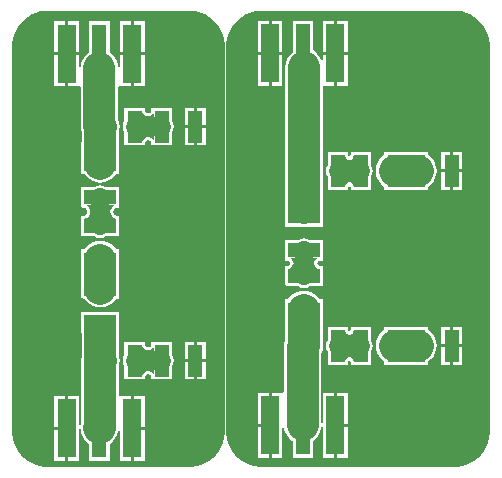
<source format=gbr>
%TF.GenerationSoftware,Altium Limited,Altium Designer,20.0.10 (225)*%
G04 Layer_Physical_Order=1*
G04 Layer_Color=255*
%FSLAX26Y26*%
%MOIN*%
%TF.FileFunction,Copper,L1,Top,Signal*%
%TF.Part,CustomerPanel*%
G01*
G75*
%TA.AperFunction,SMDPad,CuDef*%
%ADD10R,0.047244X0.196850*%
%ADD11R,0.062992X0.196850*%
%ADD12R,0.049213X0.106299*%
%ADD13R,0.106299X0.049213*%
%TA.AperFunction,Conductor*%
%ADD14C,0.105236*%
%ADD15C,0.059055*%
%TA.AperFunction,ViaPad*%
%ADD16C,0.050000*%
G36*
X3834981Y4732270D02*
X3849937Y4728263D01*
X3864241Y4722338D01*
X3877649Y4714597D01*
X3889932Y4705172D01*
X3900880Y4694224D01*
X3910306Y4681940D01*
X3918047Y4668532D01*
X3923972Y4654228D01*
X3927979Y4639273D01*
X3930000Y4623922D01*
Y4616181D01*
X3930000D01*
X3930000Y3333110D01*
X3930000Y3325369D01*
X3927979Y3310019D01*
X3923972Y3295063D01*
X3918047Y3280759D01*
X3910306Y3267351D01*
X3900880Y3255068D01*
X3889932Y3244120D01*
X3877649Y3234694D01*
X3864241Y3226953D01*
X3849937Y3221028D01*
X3834981Y3217021D01*
X3819631Y3215000D01*
X3160369D01*
X3145019Y3217021D01*
X3130064Y3221028D01*
X3115759Y3226953D01*
X3102351Y3234694D01*
X3090068Y3244120D01*
X3079120Y3255068D01*
X3069695Y3267351D01*
X3061953Y3280759D01*
X3056028Y3295063D01*
X3052021Y3310019D01*
X3050000Y3325369D01*
Y3333110D01*
X3050000D01*
X3050000Y4616181D01*
X3050000Y4623922D01*
X3052021Y4639273D01*
X3056028Y4654228D01*
X3061953Y4668532D01*
X3069694Y4681940D01*
X3079120Y4694224D01*
X3090068Y4705172D01*
X3102351Y4714597D01*
X3115759Y4722338D01*
X3130063Y4728263D01*
X3145019Y4732270D01*
X3160369Y4734291D01*
X3819631D01*
X3834981Y4732270D01*
D02*
G37*
G36*
X2949981D02*
X2964937Y4728263D01*
X2979241Y4722338D01*
X2992649Y4714597D01*
X3004932Y4705172D01*
X3015880Y4694224D01*
X3025306Y4681940D01*
X3033047Y4668532D01*
X3038972Y4654228D01*
X3042979Y4639273D01*
X3045000Y4623922D01*
Y4616181D01*
Y3333110D01*
Y3325369D01*
X3042979Y3310019D01*
X3038972Y3295063D01*
X3033047Y3280759D01*
X3025306Y3267351D01*
X3015880Y3255068D01*
X3004932Y3244120D01*
X2992649Y3234694D01*
X2979241Y3226953D01*
X2964937Y3221028D01*
X2949981Y3217021D01*
X2934631Y3215000D01*
X2446708D01*
X2431357Y3217021D01*
X2416402Y3221028D01*
X2402098Y3226953D01*
X2388690Y3234694D01*
X2376406Y3244120D01*
X2365459Y3255068D01*
X2356033Y3267351D01*
X2348292Y3280759D01*
X2342367Y3295063D01*
X2338360Y3310019D01*
X2336339Y3325369D01*
Y3333110D01*
Y4616181D01*
Y4623922D01*
X2338360Y4639273D01*
X2342367Y4654228D01*
X2348292Y4668532D01*
X2356033Y4681940D01*
X2365459Y4694224D01*
X2376406Y4705172D01*
X2388690Y4714597D01*
X2402098Y4722338D01*
X2416402Y4728263D01*
X2431357Y4732270D01*
X2446708Y4734291D01*
X2934631D01*
X2949981Y4732270D01*
D02*
G37*
%LPC*%
G36*
X3456201Y4700984D02*
X3419705D01*
Y4597559D01*
X3456201D01*
Y4700984D01*
D02*
G37*
G36*
X3409705D02*
X3373209D01*
Y4597559D01*
X3409705D01*
Y4700984D01*
D02*
G37*
G36*
X3238091D02*
X3201595D01*
Y4597559D01*
X3238091D01*
Y4700984D01*
D02*
G37*
G36*
X3191595D02*
X3155099D01*
Y4597559D01*
X3191595D01*
Y4700984D01*
D02*
G37*
G36*
X3456201Y4587559D02*
X3419705D01*
Y4484134D01*
X3456201D01*
Y4587559D01*
D02*
G37*
G36*
X3238091D02*
X3201595D01*
Y4484134D01*
X3238091D01*
Y4587559D01*
D02*
G37*
G36*
X3191595D02*
X3155099D01*
Y4484134D01*
X3191595D01*
Y4587559D01*
D02*
G37*
G36*
X3665045Y4264131D02*
X3665006Y4264123D01*
X3664967Y4264131D01*
X3655173Y4264055D01*
X3654925D01*
Y4264053D01*
X3646411Y4263988D01*
X3646343Y4264055D01*
Y4264055D01*
X3636604D01*
X3636223Y4264131D01*
X3635841Y4264055D01*
X3577130D01*
Y4253410D01*
X3576779Y4253222D01*
X3567244Y4245397D01*
X3559419Y4235863D01*
X3553605Y4224984D01*
X3550024Y4213181D01*
X3548815Y4200905D01*
X3550024Y4188630D01*
X3553605Y4176827D01*
X3559419Y4165948D01*
X3567244Y4156414D01*
X3576779Y4148588D01*
X3577130Y4148401D01*
Y4137756D01*
X3635841D01*
X3636223Y4137680D01*
X3636262Y4137688D01*
X3636301Y4137680D01*
X3646095Y4137756D01*
X3646343D01*
Y4137758D01*
X3654857Y4137824D01*
X3654925Y4137756D01*
Y4137756D01*
X3664664D01*
X3665045Y4137680D01*
X3665427Y4137756D01*
X3724138D01*
Y4148401D01*
X3724489Y4148588D01*
X3734023Y4156414D01*
X3741849Y4165948D01*
X3747663Y4176827D01*
X3751244Y4188630D01*
X3752453Y4200905D01*
X3751244Y4213181D01*
X3747663Y4224984D01*
X3741849Y4235863D01*
X3734023Y4245397D01*
X3724489Y4253222D01*
X3724138Y4253410D01*
Y4264055D01*
X3665427D01*
X3665045Y4264131D01*
D02*
G37*
G36*
X3534138Y4264055D02*
X3464925D01*
Y4254344D01*
X3464923Y4254338D01*
X3464811Y4253409D01*
X3461219Y4251173D01*
D01*
D01*
X3461100Y4251122D01*
D01*
X3457501Y4253331D01*
X3457445Y4253375D01*
Y4264055D01*
X3388232D01*
Y4220649D01*
X3384329Y4211224D01*
X3382970Y4200905D01*
X3384329Y4190587D01*
X3388232Y4181162D01*
Y4137756D01*
X3457445D01*
Y4148436D01*
X3457501Y4148480D01*
X3461101Y4150689D01*
X3461222Y4150636D01*
X3464811Y4148402D01*
X3464923Y4147472D01*
X3464925Y4147467D01*
Y4137756D01*
X3534138D01*
Y4181162D01*
X3538042Y4190587D01*
X3539400Y4200905D01*
X3538042Y4211224D01*
X3534138Y4220649D01*
Y4264055D01*
D02*
G37*
G36*
X3836343D02*
X3806736D01*
Y4205905D01*
X3836343D01*
Y4264055D01*
D02*
G37*
G36*
X3796736D02*
X3767130D01*
Y4205905D01*
X3796736D01*
Y4264055D01*
D02*
G37*
G36*
X3836343Y4195905D02*
X3806736D01*
Y4137756D01*
X3836343D01*
Y4195905D01*
D02*
G37*
G36*
X3796736D02*
X3767130D01*
Y4137756D01*
X3796736D01*
Y4195905D01*
D02*
G37*
G36*
X3339272Y4700984D02*
X3272028D01*
Y4596594D01*
X3265508Y4591244D01*
X3257683Y4581709D01*
X3251869Y4570831D01*
X3248288Y4559027D01*
X3247079Y4546752D01*
Y4244497D01*
X3247181Y4243457D01*
Y4201437D01*
X3247713Y4196041D01*
Y4089052D01*
X3247520Y4088417D01*
X3247013Y4083268D01*
X3246083D01*
Y4014055D01*
X3300760D01*
X3309232Y4013221D01*
X3317705Y4014055D01*
X3372382D01*
Y4065631D01*
D01*
X3373555Y4077543D01*
Y4200905D01*
X3373024Y4206302D01*
Y4244394D01*
X3372921Y4245434D01*
Y4479253D01*
X3373209Y4484134D01*
X3377921Y4484134D01*
X3409705D01*
Y4587559D01*
X3373209D01*
Y4571318D01*
X3368209Y4570576D01*
X3368132Y4570831D01*
X3362317Y4581709D01*
X3354492Y4591244D01*
X3344957Y4599069D01*
X3339272Y4602108D01*
Y4700984D01*
D02*
G37*
G36*
X3309232Y3976325D02*
X3298914Y3974967D01*
X3289489Y3971063D01*
X3246083D01*
Y3912352D01*
X3246007Y3911970D01*
X3246083Y3911589D01*
Y3901850D01*
X3254957D01*
X3257876Y3901464D01*
X3259218Y3900869D01*
X3260711Y3899619D01*
X3262486Y3897217D01*
X3264352Y3893380D01*
X3264383Y3893287D01*
X3264352Y3893194D01*
X3262486Y3889358D01*
X3260711Y3886956D01*
X3259218Y3885705D01*
X3257876Y3885110D01*
X3254957Y3884724D01*
X3246083D01*
Y3874986D01*
X3246007Y3874604D01*
X3246083Y3874223D01*
Y3815512D01*
X3289489D01*
X3298914Y3811608D01*
X3309232Y3810249D01*
X3319551Y3811608D01*
X3328976Y3815512D01*
X3372382D01*
Y3874223D01*
X3372458Y3874604D01*
X3372382Y3874986D01*
Y3884724D01*
X3363507D01*
X3360588Y3885110D01*
X3359247Y3885705D01*
X3357754Y3886956D01*
X3355978Y3889358D01*
X3354112Y3893194D01*
X3354082Y3893287D01*
X3354112Y3893380D01*
X3355978Y3897217D01*
X3357754Y3899619D01*
X3359247Y3900869D01*
X3360588Y3901464D01*
X3363507Y3901850D01*
X3372382D01*
Y3911589D01*
X3372458Y3911970D01*
X3372382Y3912352D01*
Y3971063D01*
X3328976D01*
X3319551Y3974967D01*
X3309232Y3976325D01*
D02*
G37*
G36*
X3665045Y3680981D02*
X3665006Y3680974D01*
X3664967Y3680981D01*
X3655173Y3680905D01*
X3654925D01*
Y3680904D01*
X3646411Y3680838D01*
X3646343Y3680906D01*
Y3680905D01*
X3636604D01*
X3636223Y3680981D01*
X3635841Y3680905D01*
X3577130D01*
Y3670260D01*
X3576779Y3670073D01*
X3567244Y3662248D01*
X3559419Y3652713D01*
X3553605Y3641835D01*
X3550024Y3630031D01*
X3548815Y3617756D01*
X3550024Y3605481D01*
X3553605Y3593677D01*
X3559419Y3582799D01*
X3567244Y3573264D01*
X3576779Y3565439D01*
X3577130Y3565251D01*
Y3554606D01*
X3635841D01*
X3636223Y3554530D01*
X3636262Y3554538D01*
X3636301Y3554531D01*
X3646095Y3554606D01*
X3646343D01*
Y3554608D01*
X3654857Y3554674D01*
X3654925Y3554606D01*
Y3554606D01*
X3664664D01*
X3665045Y3554530D01*
X3665427Y3554606D01*
X3724138D01*
Y3565251D01*
X3724489Y3565439D01*
X3734023Y3573264D01*
X3741849Y3582799D01*
X3747663Y3593677D01*
X3751244Y3605481D01*
X3752453Y3617756D01*
X3751244Y3630031D01*
X3749995Y3634147D01*
X3747663Y3641835D01*
X3741849Y3652713D01*
X3734023Y3662248D01*
X3724489Y3670073D01*
X3724138Y3670260D01*
Y3680905D01*
X3665427D01*
X3665045Y3680981D01*
D02*
G37*
G36*
X3534138Y3680905D02*
X3464925D01*
Y3671195D01*
X3464923Y3671189D01*
X3464811Y3670260D01*
X3461219Y3668023D01*
X3461100Y3667972D01*
X3457501Y3670182D01*
X3457445Y3670225D01*
Y3680905D01*
X3388232D01*
Y3637499D01*
X3384329Y3628075D01*
X3382970Y3617756D01*
X3384329Y3607437D01*
X3388232Y3598013D01*
Y3554606D01*
X3457445D01*
Y3565287D01*
D01*
X3457501Y3565331D01*
D01*
D01*
X3461101Y3567539D01*
D01*
D01*
X3461222Y3567487D01*
D01*
D01*
X3464811Y3565252D01*
X3464923Y3564323D01*
X3464925Y3564317D01*
Y3554606D01*
X3534138D01*
Y3598013D01*
X3538042Y3607437D01*
X3539400Y3617756D01*
X3538042Y3628075D01*
X3534138Y3637499D01*
Y3646997D01*
Y3680905D01*
D02*
G37*
G36*
X3836343D02*
X3806736D01*
Y3622756D01*
X3836343D01*
Y3680905D01*
D02*
G37*
G36*
X3796736D02*
X3767130D01*
Y3622756D01*
X3796736D01*
Y3680905D01*
D02*
G37*
G36*
X3836343Y3612756D02*
X3806736D01*
Y3554606D01*
X3836343D01*
Y3612756D01*
D02*
G37*
G36*
X3796736D02*
X3767130D01*
Y3554606D01*
X3796736D01*
Y3612756D01*
D02*
G37*
G36*
X3456201Y3461614D02*
X3419705D01*
Y3358189D01*
X3456201D01*
Y3428637D01*
Y3461614D01*
D02*
G37*
G36*
X3191594D02*
X3155099D01*
Y3358189D01*
X3191594D01*
Y3461614D01*
D02*
G37*
G36*
X3456201Y3348189D02*
X3419705D01*
Y3244764D01*
X3456201D01*
Y3348189D01*
D02*
G37*
G36*
X3309232Y3800834D02*
X3296957Y3799625D01*
X3285153Y3796045D01*
X3274275Y3790230D01*
X3264740Y3782405D01*
X3256915Y3772870D01*
X3256728Y3772520D01*
X3246083D01*
Y3713809D01*
X3246007Y3713427D01*
X3246017Y3713376D01*
X3246007Y3713326D01*
X3246083Y3705719D01*
Y3703307D01*
X3246107D01*
X3246775Y3635892D01*
X3243288Y3624397D01*
X3242079Y3612122D01*
Y3464057D01*
X3238091Y3461614D01*
D01*
D01*
X3237080Y3461614D01*
X3237079D01*
X3201594D01*
Y3353189D01*
Y3244764D01*
X3238091D01*
Y3343322D01*
D01*
X3243091Y3343568D01*
D01*
X3243288Y3341563D01*
X3246869Y3329760D01*
X3252683Y3318881D01*
X3260508Y3309347D01*
X3261158Y3308697D01*
X3270693Y3300872D01*
X3272028Y3300158D01*
Y3244764D01*
X3339272D01*
Y3300158D01*
X3340607Y3300872D01*
X3350142Y3308697D01*
X3357967Y3318232D01*
X3363781Y3329110D01*
X3367362Y3340914D01*
X3368209Y3349513D01*
X3373209Y3349268D01*
Y3244764D01*
X3409705D01*
Y3353189D01*
Y3461614D01*
X3373209D01*
Y3363244D01*
X3368209Y3361481D01*
X3367921Y3361839D01*
Y3592097D01*
X3368765Y3593677D01*
X3372346Y3605481D01*
X3373555Y3617756D01*
X3372685Y3626591D01*
Y3737382D01*
X3372382Y3740458D01*
Y3772520D01*
X3361932D01*
X3354256Y3781874D01*
X3353724Y3782405D01*
X3344189Y3790230D01*
X3333311Y3796045D01*
X3321508Y3799625D01*
X3309232Y3800834D01*
D02*
G37*
G36*
X3191594Y3348189D02*
X3155099D01*
Y3244764D01*
X3191594D01*
Y3348189D01*
D02*
G37*
%LPD*%
G36*
X3665045Y4253650D02*
X3689532Y4253524D01*
Y4148287D01*
X3665045Y4148098D01*
Y4147876D01*
X3664512Y4147954D01*
X3662913Y4148024D01*
X3658411Y4148047D01*
X3636223Y4147876D01*
Y4148161D01*
X3611736Y4148287D01*
Y4253524D01*
X3636223Y4253713D01*
Y4253935D01*
X3636756Y4253857D01*
X3638355Y4253787D01*
X3642857Y4253764D01*
X3665045Y4253935D01*
Y4253650D01*
D02*
G37*
G36*
X3475045Y4232156D02*
X3480694Y4231340D01*
X3489590Y4230660D01*
X3499532Y4230433D01*
Y4171378D01*
X3489590Y4171151D01*
X3480694Y4170471D01*
X3475045Y4169655D01*
Y4148699D01*
X3474523Y4153008D01*
X3472957Y4156863D01*
X3470347Y4160265D01*
X3466692Y4163213D01*
X3461994Y4165708D01*
X3461141Y4166011D01*
X3460287Y4165708D01*
X3455577Y4163213D01*
X3451914Y4160265D01*
X3449298Y4156863D01*
X3447728Y4153008D01*
X3447205Y4148699D01*
Y4169664D01*
X3441633Y4170471D01*
X3432758Y4171151D01*
X3422839Y4171378D01*
Y4230433D01*
X3432758Y4230660D01*
X3441633Y4231340D01*
X3447205Y4232147D01*
Y4253112D01*
X3447728Y4248803D01*
X3449298Y4244948D01*
X3451914Y4241546D01*
X3455577Y4238597D01*
X3460287Y4236103D01*
X3461141Y4235800D01*
X3461994Y4236103D01*
X3466692Y4238597D01*
X3470347Y4241546D01*
X3472957Y4244948D01*
X3474523Y4248803D01*
X3475045Y4253112D01*
Y4232156D01*
D02*
G37*
G36*
X3338995Y3922439D02*
X3340036Y3911970D01*
X3362262D01*
X3357796Y3911380D01*
X3353801Y3909608D01*
X3350276Y3906655D01*
X3347221Y3902521D01*
X3344635Y3897206D01*
X3343359Y3893287D01*
X3344635Y3889368D01*
X3347221Y3884053D01*
X3350276Y3879919D01*
X3353801Y3876966D01*
X3357796Y3875195D01*
X3362262Y3874604D01*
X3339757D01*
X3339700Y3874175D01*
X3338995Y3864136D01*
X3338760Y3852915D01*
X3279705D01*
X3279470Y3864136D01*
X3278428Y3874604D01*
X3256203D01*
X3260668Y3875195D01*
X3264663Y3876966D01*
X3268189Y3879919D01*
X3271244Y3884053D01*
X3273829Y3889368D01*
X3275105Y3893287D01*
X3273829Y3897206D01*
X3271244Y3902521D01*
X3268189Y3906655D01*
X3264663Y3909608D01*
X3260668Y3911380D01*
X3256203Y3911970D01*
X3278708D01*
X3278765Y3912400D01*
X3279470Y3922439D01*
X3279705Y3933659D01*
X3338760D01*
X3338995Y3922439D01*
D02*
G37*
G36*
X3665045Y3670500D02*
X3689532Y3670374D01*
Y3565138D01*
X3665045Y3564949D01*
Y3564726D01*
X3664512Y3564805D01*
X3662913Y3564874D01*
X3658411Y3564898D01*
X3636223Y3564726D01*
Y3565012D01*
X3611736Y3565138D01*
Y3670374D01*
X3636223Y3670563D01*
Y3670785D01*
X3636756Y3670707D01*
X3638355Y3670637D01*
X3642857Y3670614D01*
X3665045Y3670785D01*
Y3670500D01*
D02*
G37*
G36*
X3475045Y3649007D02*
X3480694Y3648191D01*
X3489590Y3647510D01*
X3499532Y3647284D01*
Y3588228D01*
X3489590Y3588002D01*
X3480694Y3587321D01*
X3475045Y3586505D01*
Y3565549D01*
X3474523Y3569858D01*
X3472957Y3573714D01*
X3470347Y3577116D01*
X3466692Y3580064D01*
X3461994Y3582559D01*
X3461141Y3582862D01*
X3460287Y3582559D01*
X3455577Y3580064D01*
X3451914Y3577116D01*
X3449298Y3573714D01*
X3447728Y3569858D01*
X3447205Y3565549D01*
Y3586514D01*
X3441633Y3587321D01*
X3432758Y3588002D01*
X3422839Y3588228D01*
Y3647284D01*
X3432758Y3647510D01*
X3441633Y3648191D01*
X3447205Y3648997D01*
Y3669963D01*
X3447728Y3665653D01*
X3449298Y3661798D01*
X3451914Y3658396D01*
X3455577Y3655448D01*
X3460287Y3652953D01*
X3461141Y3652650D01*
X3461994Y3652953D01*
X3466692Y3655448D01*
X3470347Y3658396D01*
X3472957Y3661798D01*
X3474523Y3665653D01*
X3475045Y3669963D01*
Y3649007D01*
D02*
G37*
G36*
X3362382Y3618287D02*
X3257146D01*
X3256203Y3713427D01*
X3362262D01*
X3362382Y3618287D01*
D02*
G37*
%LPC*%
G36*
X2778445Y4699016D02*
X2741949D01*
Y4595591D01*
X2778445D01*
Y4699016D01*
D02*
G37*
G36*
X2731949D02*
X2695453D01*
Y4595591D01*
X2731949D01*
Y4699016D01*
D02*
G37*
G36*
X2560335D02*
X2523839D01*
Y4595591D01*
X2560335D01*
Y4699016D01*
D02*
G37*
G36*
X2513839D02*
X2477343D01*
Y4595591D01*
X2513839D01*
Y4699016D01*
D02*
G37*
G36*
X2661516D02*
X2594272D01*
Y4596377D01*
X2592937Y4595663D01*
X2583402Y4587838D01*
X2575577Y4578303D01*
X2569762Y4567425D01*
X2566182Y4555622D01*
X2565335Y4547022D01*
X2560335Y4547268D01*
Y4585591D01*
X2523839D01*
Y4482165D01*
X2559973D01*
X2560335Y4482165D01*
X2564973Y4481291D01*
Y4349075D01*
X2566182Y4336800D01*
X2568156Y4330291D01*
X2567704Y4259252D01*
X2567402D01*
Y4249514D01*
X2567326Y4249132D01*
X2567402Y4248750D01*
Y4190039D01*
X2578047D01*
X2578234Y4189689D01*
X2586059Y4180154D01*
X2595594Y4172329D01*
X2606473Y4166514D01*
X2618276Y4162934D01*
X2630551Y4161725D01*
X2642827Y4162934D01*
X2654630Y4166514D01*
X2665508Y4172329D01*
X2675043Y4180154D01*
X2675575Y4180685D01*
X2683252Y4190039D01*
X2693701D01*
Y4222101D01*
X2694004Y4225177D01*
Y4334336D01*
X2694590Y4336268D01*
X2695799Y4348543D01*
X2694590Y4360819D01*
X2691010Y4372622D01*
X2690815Y4372986D01*
Y4481291D01*
X2695453Y4482165D01*
X2695815Y4482165D01*
X2731949D01*
Y4585591D01*
X2695453D01*
Y4547268D01*
X2690453Y4547022D01*
X2689606Y4555622D01*
X2686025Y4567425D01*
X2680211Y4578303D01*
X2672386Y4587838D01*
X2662851Y4595663D01*
X2661516Y4596377D01*
Y4699016D01*
D02*
G37*
G36*
X2778445Y4585591D02*
X2741949D01*
Y4482165D01*
X2778445D01*
Y4585591D01*
D02*
G37*
G36*
X2513839D02*
X2477343D01*
Y4482165D01*
X2513839D01*
Y4585591D01*
D02*
G37*
G36*
X2810518Y4411769D02*
X2810136Y4411693D01*
X2800398D01*
Y4402818D01*
X2800012Y4399899D01*
X2799417Y4398558D01*
X2798166Y4397065D01*
X2795764Y4395289D01*
X2791928Y4393423D01*
X2790043Y4392810D01*
X2788159Y4393423D01*
X2784323Y4395289D01*
X2781921Y4397065D01*
X2780670Y4398558D01*
X2780075Y4399899D01*
X2779689Y4402818D01*
Y4411693D01*
X2769951D01*
X2769569Y4411769D01*
X2769188Y4411693D01*
X2710477D01*
Y4368287D01*
X2706573Y4358862D01*
X2705214Y4348543D01*
X2706573Y4338225D01*
X2710477Y4328800D01*
Y4285394D01*
X2769188D01*
X2769569Y4285318D01*
X2769951Y4285394D01*
X2779689D01*
Y4294268D01*
X2780075Y4297188D01*
X2780670Y4298529D01*
X2781921Y4300022D01*
X2784323Y4301797D01*
X2788159Y4303663D01*
X2790043Y4304277D01*
X2791928Y4303663D01*
X2795764Y4301797D01*
X2798166Y4300022D01*
X2799417Y4298529D01*
X2800012Y4297188D01*
X2800398Y4294268D01*
Y4285394D01*
X2810136D01*
X2810518Y4285318D01*
X2810899Y4285394D01*
X2869610D01*
Y4328800D01*
X2873514Y4338225D01*
X2874873Y4348543D01*
X2873514Y4358862D01*
X2869610Y4368287D01*
Y4411693D01*
X2810899D01*
X2810518Y4411769D01*
D02*
G37*
G36*
X2981815Y4411693D02*
X2952209D01*
Y4353543D01*
X2981815D01*
Y4411693D01*
D02*
G37*
G36*
X2942209D02*
X2912602D01*
Y4394218D01*
Y4353543D01*
X2942209D01*
Y4411693D01*
D02*
G37*
G36*
X2981815Y4343543D02*
X2952209D01*
Y4285394D01*
X2981815D01*
Y4343543D01*
D02*
G37*
G36*
X2942209D02*
X2912602D01*
Y4285394D01*
X2942209D01*
Y4343543D01*
D02*
G37*
G36*
X2630551Y4152310D02*
X2620233Y4150951D01*
X2610808Y4147047D01*
X2567402D01*
Y4088336D01*
X2567326Y4087955D01*
X2567402Y4087573D01*
Y4077835D01*
X2576276D01*
X2579196Y4077448D01*
X2580537Y4076854D01*
X2582030Y4075603D01*
X2583805Y4073201D01*
X2585671Y4069365D01*
X2587160Y4064793D01*
X2585671Y4060222D01*
X2583805Y4056385D01*
X2582030Y4053984D01*
X2580537Y4052733D01*
X2579196Y4052138D01*
X2576276Y4051752D01*
X2567402D01*
Y4042014D01*
X2567326Y4041632D01*
X2567402Y4041250D01*
Y3982539D01*
X2610808D01*
X2620233Y3978635D01*
X2630551Y3977277D01*
X2640870Y3978635D01*
X2650295Y3982539D01*
X2693701D01*
Y4041250D01*
X2693777Y4041632D01*
X2693701Y4042014D01*
Y4051752D01*
X2684826D01*
X2681907Y4052138D01*
X2680566Y4052733D01*
X2679073Y4053984D01*
X2677298Y4056385D01*
X2675431Y4060222D01*
X2673943Y4064793D01*
X2675431Y4069365D01*
X2677298Y4073201D01*
X2679073Y4075603D01*
X2680566Y4076854D01*
X2681907Y4077448D01*
X2684826Y4077835D01*
X2693701D01*
Y4087573D01*
X2693777Y4087955D01*
X2693701Y4088336D01*
Y4120178D01*
Y4136833D01*
Y4147047D01*
X2650295D01*
X2640870Y4150951D01*
X2630551Y4152310D01*
D02*
G37*
G36*
Y3967862D02*
X2618276Y3966653D01*
X2606472Y3963072D01*
X2595594Y3957258D01*
X2586059Y3949433D01*
X2578234Y3939898D01*
X2578047Y3939547D01*
X2567402D01*
Y3880836D01*
X2567326Y3880455D01*
X2567332Y3880425D01*
X2567326Y3880396D01*
X2567511Y3848146D01*
X2567402Y3843149D01*
X2567402D01*
Y3834280D01*
X2567386Y3834132D01*
X2567402Y3833950D01*
Y3833411D01*
X2567326Y3833030D01*
X2567402Y3832648D01*
Y3773937D01*
X2578047D01*
X2578234Y3773586D01*
X2586059Y3764051D01*
X2595594Y3756226D01*
X2606472Y3750412D01*
X2618276Y3746831D01*
X2630551Y3745622D01*
X2642827Y3746831D01*
X2654630Y3750412D01*
X2665508Y3756226D01*
X2675043Y3764051D01*
X2682868Y3773586D01*
X2683056Y3773937D01*
X2693701D01*
Y3775776D01*
Y3793496D01*
Y3832648D01*
X2693777Y3833030D01*
X2693771Y3833059D01*
X2693777Y3833088D01*
X2693592Y3865338D01*
X2693701Y3870335D01*
X2693701D01*
Y3879204D01*
X2693717Y3879352D01*
X2693701Y3879535D01*
Y3880073D01*
X2693777Y3880455D01*
X2693701Y3880836D01*
Y3939547D01*
X2683056D01*
X2682868Y3939898D01*
X2675043Y3949433D01*
X2665508Y3957258D01*
X2654630Y3963072D01*
X2642827Y3966653D01*
X2630551Y3967862D01*
D02*
G37*
G36*
X2810518Y3631769D02*
X2810136Y3631693D01*
X2800398D01*
Y3622818D01*
X2800012Y3619899D01*
X2799417Y3618558D01*
X2798166Y3617065D01*
X2795764Y3615289D01*
X2791928Y3613423D01*
X2790043Y3612810D01*
X2788159Y3613423D01*
X2784323Y3615289D01*
X2781921Y3617065D01*
X2780670Y3618558D01*
X2780075Y3619899D01*
X2779689Y3622818D01*
Y3631693D01*
X2769951D01*
X2769569Y3631769D01*
X2769188Y3631693D01*
X2710477D01*
Y3588287D01*
X2706573Y3578862D01*
X2705214Y3568543D01*
X2706573Y3558224D01*
X2710477Y3548800D01*
Y3505394D01*
X2769188D01*
X2769569Y3505318D01*
X2769951Y3505394D01*
X2779689D01*
Y3514268D01*
X2780075Y3517188D01*
X2780670Y3518529D01*
X2781921Y3520022D01*
X2784323Y3521797D01*
X2788159Y3523663D01*
X2790043Y3524277D01*
X2791928Y3523663D01*
X2795764Y3521797D01*
X2798166Y3520022D01*
X2799417Y3518529D01*
X2800012Y3517188D01*
X2800398Y3514268D01*
Y3505394D01*
X2810136D01*
X2810518Y3505318D01*
X2810899Y3505394D01*
X2869610D01*
Y3548800D01*
X2873514Y3558224D01*
X2874873Y3568543D01*
X2873514Y3578862D01*
X2869610Y3588287D01*
D01*
Y3631693D01*
X2810899D01*
X2810518Y3631769D01*
D02*
G37*
G36*
X2981815Y3631693D02*
X2952209D01*
Y3573544D01*
X2981815D01*
Y3631693D01*
D02*
G37*
G36*
X2942209D02*
X2912602D01*
Y3573544D01*
X2942209D01*
Y3631693D01*
D02*
G37*
G36*
X2981815Y3563544D02*
X2952209D01*
Y3505394D01*
X2981815D01*
Y3563544D01*
D02*
G37*
G36*
X2942209D02*
X2912602D01*
Y3505394D01*
X2942209D01*
Y3563544D01*
D02*
G37*
G36*
X2631083Y3731248D02*
X2628006Y3730945D01*
X2567402D01*
Y3661732D01*
X2568162D01*
Y3580626D01*
X2566938Y3576590D01*
X2565729Y3564315D01*
Y3351945D01*
X2565335Y3351239D01*
X2560335Y3352539D01*
D01*
Y3451772D01*
X2523838D01*
Y3343347D01*
X2518838D01*
D01*
X2523838D01*
Y3234921D01*
X2560335D01*
Y3234921D01*
Y3339426D01*
D01*
X2565335Y3339672D01*
X2566182Y3331071D01*
X2569762Y3319268D01*
X2575577Y3308389D01*
X2583402Y3298855D01*
X2592937Y3291030D01*
X2594272Y3290316D01*
Y3234921D01*
X2661516D01*
Y3236009D01*
Y3290316D01*
X2662851Y3291030D01*
X2672386Y3298855D01*
X2673142Y3299610D01*
X2680967Y3309145D01*
X2686781Y3320024D01*
X2690362Y3331827D01*
X2690453Y3332751D01*
X2695453Y3332505D01*
Y3234921D01*
X2731949D01*
Y3343347D01*
Y3451772D01*
X2696571D01*
X2695453Y3451772D01*
X2691571Y3454471D01*
Y3546315D01*
X2694590Y3556268D01*
X2695799Y3568543D01*
X2694590Y3580819D01*
X2694004Y3582751D01*
Y3668327D01*
X2693701Y3671403D01*
Y3730945D01*
X2634159D01*
X2631083Y3731248D01*
D02*
G37*
G36*
X2741949Y3451772D02*
Y3348347D01*
X2778445D01*
Y3451772D01*
X2741949D01*
D02*
G37*
G36*
X2513838D02*
X2477343D01*
Y3348347D01*
X2513838D01*
Y3451772D01*
D02*
G37*
G36*
X2778445Y3338347D02*
X2741949D01*
Y3234921D01*
X2778445D01*
Y3338347D01*
D02*
G37*
G36*
X2513838D02*
X2477343D01*
Y3234921D01*
X2513838D01*
Y3338347D01*
D02*
G37*
%LPD*%
G36*
X2683581Y4249132D02*
X2577522D01*
X2577701Y4250121D01*
X2577861Y4253087D01*
X2578465Y4348012D01*
X2683701D01*
X2683581Y4249132D01*
D02*
G37*
G36*
X2810518Y4378789D02*
X2817404Y4378306D01*
X2828624Y4378071D01*
Y4319016D01*
X2817404Y4318781D01*
X2810518Y4318096D01*
Y4295514D01*
X2809927Y4299979D01*
X2808156Y4303974D01*
X2805203Y4307500D01*
X2801069Y4310555D01*
X2795754Y4313140D01*
X2790043Y4315000D01*
X2784333Y4313140D01*
X2779018Y4310555D01*
X2774884Y4307500D01*
X2771931Y4303974D01*
X2770160Y4299979D01*
X2769569Y4295514D01*
Y4318297D01*
X2762683Y4318781D01*
X2751463Y4319016D01*
Y4378071D01*
X2762683Y4378306D01*
X2769569Y4378991D01*
Y4401573D01*
X2770160Y4397108D01*
X2771931Y4393112D01*
X2774884Y4389587D01*
X2779018Y4386532D01*
X2784333Y4383946D01*
X2790043Y4382087D01*
X2795754Y4383946D01*
X2801069Y4386532D01*
X2805203Y4389587D01*
X2808156Y4393112D01*
X2809927Y4397108D01*
X2810518Y4401573D01*
Y4378789D01*
D02*
G37*
G36*
X2660314Y4089466D02*
X2660464Y4087955D01*
X2683581D01*
X2679116Y4087364D01*
X2675120Y4085592D01*
X2671595Y4082640D01*
X2668540Y4078506D01*
X2665954Y4073191D01*
X2663839Y4066695D01*
X2663432Y4064793D01*
X2663839Y4062892D01*
X2665954Y4056396D01*
X2668540Y4051081D01*
X2671595Y4046947D01*
X2675120Y4043994D01*
X2679116Y4042222D01*
X2683581Y4041632D01*
X2660420D01*
X2660314Y4040120D01*
X2660079Y4028899D01*
X2601024D01*
X2600789Y4040120D01*
X2600638Y4041632D01*
X2577522D01*
X2581987Y4042222D01*
X2585983Y4043994D01*
X2589508Y4046947D01*
X2592563Y4051081D01*
X2595148Y4056396D01*
X2597264Y4062892D01*
X2597671Y4064793D01*
X2597264Y4066695D01*
X2595148Y4073191D01*
X2592563Y4078506D01*
X2589508Y4082640D01*
X2585983Y4085592D01*
X2581987Y4087364D01*
X2577522Y4087955D01*
X2600683D01*
X2600789Y4089466D01*
X2601024Y4100687D01*
X2660079D01*
X2660314Y4089466D01*
D02*
G37*
G36*
X2683310Y3880455D02*
X2683581D01*
X2683503Y3879735D01*
X2683433Y3877578D01*
X2683390Y3866378D01*
X2683581Y3833030D01*
X2683263D01*
X2683169Y3808543D01*
X2577933D01*
X2577793Y3833030D01*
X2577522D01*
X2577600Y3833749D01*
X2577670Y3835906D01*
X2577713Y3847106D01*
X2577522Y3880455D01*
X2577840D01*
X2577933Y3904941D01*
X2683169D01*
X2683310Y3880455D01*
D02*
G37*
G36*
X2810518Y3598789D02*
X2817404Y3598306D01*
X2828624Y3598071D01*
Y3539016D01*
X2817404Y3538781D01*
X2810518Y3538096D01*
Y3515514D01*
X2809927Y3519979D01*
X2808156Y3523974D01*
X2805203Y3527500D01*
X2801069Y3530555D01*
X2795754Y3533140D01*
X2790043Y3535000D01*
X2784333Y3533140D01*
X2779018Y3530555D01*
X2774884Y3527500D01*
X2771931Y3523974D01*
X2770160Y3519979D01*
X2769569Y3515514D01*
Y3538297D01*
X2762683Y3538781D01*
X2751463Y3539016D01*
Y3598071D01*
X2762683Y3598306D01*
X2769569Y3598991D01*
Y3621573D01*
X2770160Y3617108D01*
X2771931Y3613112D01*
X2774884Y3609587D01*
X2779018Y3606532D01*
X2784333Y3603946D01*
X2790043Y3602087D01*
X2795754Y3603946D01*
X2801069Y3606532D01*
X2805203Y3609587D01*
X2808156Y3613112D01*
X2809927Y3617108D01*
X2810518Y3621573D01*
Y3598789D01*
D02*
G37*
D10*
X3305650Y3353189D02*
D03*
Y4592559D02*
D03*
X2627894Y4590591D02*
D03*
Y3343347D02*
D03*
D11*
X3414705Y3353189D02*
D03*
X3196595D02*
D03*
X3414705Y4592559D02*
D03*
X3196595D02*
D03*
X2736949Y4590591D02*
D03*
X2518839D02*
D03*
Y3343347D02*
D03*
X2736949D02*
D03*
D12*
X3689532Y4200905D02*
D03*
X3801736D02*
D03*
X3499532D02*
D03*
X3611736D02*
D03*
X3310634D02*
D03*
X3422839D02*
D03*
X3689532Y3617756D02*
D03*
X3801736D02*
D03*
X3499532D02*
D03*
X3611736D02*
D03*
X3310634D02*
D03*
X3422839D02*
D03*
X2835004Y3568543D02*
D03*
X2947209D02*
D03*
X2632878D02*
D03*
X2745083D02*
D03*
X2835004Y4348543D02*
D03*
X2947209D02*
D03*
X2632878D02*
D03*
X2745083D02*
D03*
D13*
X3309232Y4048661D02*
D03*
Y3936457D02*
D03*
Y3850118D02*
D03*
Y3737913D02*
D03*
X2630551Y3808543D02*
D03*
Y3696339D02*
D03*
Y4017146D02*
D03*
Y3904941D02*
D03*
Y4224646D02*
D03*
Y4112441D02*
D03*
D14*
X3310102Y4201437D02*
X3310634Y4200905D01*
X3310102Y4201437D02*
Y4244394D01*
X3310000Y4244497D02*
X3310102Y4244394D01*
X3310000Y4244497D02*
Y4546752D01*
X3309232Y4076142D02*
X3310634Y4077543D01*
Y4200905D01*
X3611736D02*
X3689532D01*
X3305000Y3612122D02*
X3310634Y3617756D01*
X3305000Y3353839D02*
Y3612122D01*
X3309764Y3618287D02*
Y3737382D01*
X3305000Y3353839D02*
X3305650Y3353189D01*
X3611736Y3617756D02*
X3689532D01*
X3309232Y3737913D02*
X3309764Y3737382D01*
X2627894Y4349075D02*
Y4543346D01*
X2631614Y4348543D02*
X2632878D01*
X2628425D02*
X2631614D01*
X2627894Y4349075D02*
X2628425Y4348543D01*
X2628650Y3564315D02*
X2632878Y3568543D01*
X2628650Y3344102D02*
Y3564315D01*
X2627894Y3343347D02*
X2628650Y3344102D01*
X2631083Y3569075D02*
X2631614Y3568543D01*
X2631083Y3569075D02*
Y3668327D01*
X2630551Y3808543D02*
Y3904941D01*
Y4224646D02*
X2631083Y4225177D01*
Y4348012D01*
X2631614Y4348543D01*
D15*
X3309232Y3850118D02*
Y3936457D01*
X3422839Y4200905D02*
X3499532D01*
X3422839Y3617756D02*
X3499532D01*
X2745083Y3568543D02*
X2835004D01*
X2630551Y4017146D02*
Y4112441D01*
X2745083Y4348543D02*
X2835004D01*
D16*
X3400000Y4444016D02*
D03*
X3405000Y4389016D02*
D03*
X3215000Y4414016D02*
D03*
X3221374Y4193958D02*
D03*
X3221390Y4273486D02*
D03*
X3215000Y4339016D02*
D03*
X3405000Y4329016D02*
D03*
X3437563Y4112756D02*
D03*
X3680000Y4434016D02*
D03*
X3665000Y4104016D02*
D03*
X3221083Y3960108D02*
D03*
X3585000Y4104016D02*
D03*
X3515000D02*
D03*
X3217382Y3565090D02*
D03*
X3405000Y3504016D02*
D03*
X3100000Y3384016D02*
D03*
X3105000Y3454016D02*
D03*
X3594022Y3706207D02*
D03*
X3514494D02*
D03*
X3530069Y3530085D02*
D03*
X3609593Y3529304D02*
D03*
X3689120D02*
D03*
X3670000Y3714016D02*
D03*
X3655000Y4294016D02*
D03*
X3595000D02*
D03*
X3530672Y4294282D02*
D03*
X3720000Y4294016D02*
D03*
X3454254Y4298192D02*
D03*
X3221260Y4114431D02*
D03*
X3220781Y4034905D02*
D03*
X3221796Y3882434D02*
D03*
X3229057Y3803238D02*
D03*
X3220781Y3724142D02*
D03*
X3221390Y3644617D02*
D03*
X3200000Y3499016D02*
D03*
X3465000Y3524016D02*
D03*
X3450000Y3709016D02*
D03*
X3397684Y3743961D02*
D03*
X3397417Y3823488D02*
D03*
X3416787Y3900646D02*
D03*
X3419192Y3985761D02*
D03*
X3422292Y4060979D02*
D03*
X2820551Y4528543D02*
D03*
X2445551Y4598543D02*
D03*
X2520551Y4438543D02*
D03*
X2490551Y3493543D02*
D03*
X2741457Y3478627D02*
D03*
X2850551Y4243543D02*
D03*
X2825551Y4473543D02*
D03*
X2835004Y3454902D02*
D03*
X2868747Y3655792D02*
D03*
X2545704Y4072899D02*
D03*
X2542100Y3993454D02*
D03*
Y3913926D02*
D03*
X2542177Y3834398D02*
D03*
X2556171Y3756112D02*
D03*
X2735551Y3828543D02*
D03*
X2730551Y3908543D02*
D03*
X2718542Y3989039D02*
D03*
X2712878Y4068365D02*
D03*
X2717140Y4147778D02*
D03*
X2542100Y3696453D02*
D03*
X2542709Y3616928D02*
D03*
X2539520Y3537464D02*
D03*
X2719457Y3659052D02*
D03*
X2714348Y3738415D02*
D03*
X2539520Y4367766D02*
D03*
X2542709Y4288302D02*
D03*
X2542100Y4208777D02*
D03*
X2719003Y4208892D02*
D03*
X2960551Y3268543D02*
D03*
X2780551Y4248543D02*
D03*
%TF.MD5,ccc9ed6911489f68d5611dcc719ea8a8*%
M02*

</source>
